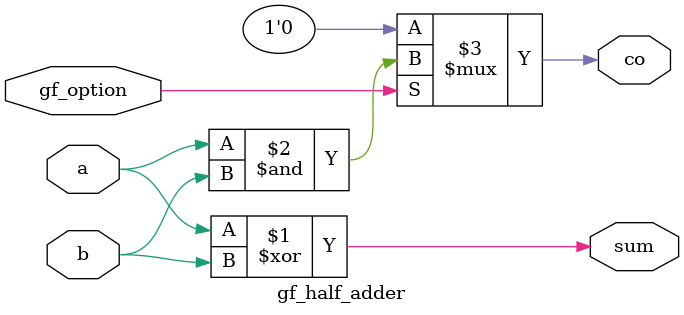
<source format=v>
module gf_half_adder(
    input gf_option,
    input a,
    input b,
    output sum,
    output co
);

assign sum = a ^ b;
assign co = gf_option ? a & b : 1'b0;

endmodule
</source>
